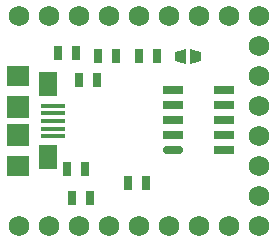
<source format=gbs>
G04 (created by PCBNEW (2013-07-07 BZR 4022)-stable) date 1/7/2014 10:08:49*
%MOIN*%
G04 Gerber Fmt 3.4, Leading zero omitted, Abs format*
%FSLAX34Y34*%
G01*
G70*
G90*
G04 APERTURE LIST*
%ADD10C,0.00590551*%
%ADD11C,0.0688976*%
%ADD12R,0.025X0.045*%
%ADD13O,0.0688976X0.0299213*%
%ADD14R,0.0688976X0.0299213*%
%ADD15R,0.0748031X0.0748031*%
%ADD16R,0.0748031X0.0708661*%
%ADD17R,0.0629921X0.0826772*%
%ADD18R,0.0787402X0.015748*%
G04 APERTURE END LIST*
G54D10*
G54D11*
X52000Y-26500D03*
X46000Y-31500D03*
X47000Y-31500D03*
X48000Y-31500D03*
X49000Y-31500D03*
X50000Y-31500D03*
X51000Y-31500D03*
X52000Y-31500D03*
X52000Y-30500D03*
X52000Y-29500D03*
X52000Y-28500D03*
X52000Y-27500D03*
X52000Y-25500D03*
X52000Y-24500D03*
X51000Y-24500D03*
X50000Y-24500D03*
X49000Y-24500D03*
X48000Y-24500D03*
X47000Y-24500D03*
X46000Y-24500D03*
X45000Y-24500D03*
X44000Y-31500D03*
X44000Y-24500D03*
G54D10*
G36*
X50096Y-25997D02*
X49703Y-26096D01*
X49703Y-25603D01*
X50096Y-25702D01*
X50096Y-25997D01*
X50096Y-25997D01*
G37*
G36*
X49596Y-26096D02*
X49203Y-25997D01*
X49203Y-25702D01*
X49596Y-25603D01*
X49596Y-26096D01*
X49596Y-26096D01*
G37*
G54D11*
X45000Y-31500D03*
G54D12*
X46025Y-26650D03*
X46625Y-26650D03*
X45625Y-29600D03*
X46225Y-29600D03*
X45300Y-25750D03*
X45900Y-25750D03*
X47250Y-25850D03*
X46650Y-25850D03*
X48600Y-25850D03*
X48000Y-25850D03*
G54D13*
X49143Y-28984D03*
G54D14*
X50856Y-28984D03*
X49143Y-28484D03*
X50856Y-28484D03*
X49143Y-27984D03*
X50856Y-27984D03*
X49143Y-27484D03*
X50856Y-27484D03*
X49143Y-26984D03*
X50856Y-26984D03*
G54D15*
X43975Y-27527D03*
X43975Y-28472D03*
G54D16*
X43975Y-26503D03*
X43975Y-29496D03*
G54D17*
X44978Y-29220D03*
X44978Y-26779D03*
G54D18*
X45156Y-28255D03*
X45156Y-28000D03*
X45156Y-27744D03*
X45156Y-27488D03*
X45156Y-28511D03*
G54D12*
X45775Y-30575D03*
X46375Y-30575D03*
X48250Y-30075D03*
X47650Y-30075D03*
M02*

</source>
